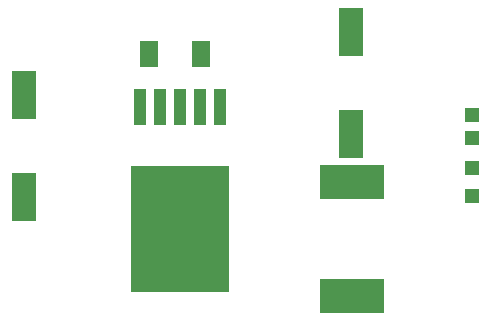
<source format=gbr>
G04 EAGLE Gerber RS-274X export*
G75*
%MOMM*%
%FSLAX34Y34*%
%LPD*%
%INSolderpaste Top*%
%IPPOS*%
%AMOC8*
5,1,8,0,0,1.08239X$1,22.5*%
G01*
%ADD10R,2.000000X4.100000*%
%ADD11R,1.570000X2.220000*%
%ADD12R,5.400000X2.900000*%
%ADD13R,1.300000X1.150000*%
%ADD14R,1.200000X1.200000*%
%ADD15R,1.016000X3.050000*%
%ADD16R,8.380000X10.660000*%


D10*
X125730Y204790D03*
X125730Y117790D03*
X402590Y258130D03*
X402590Y171130D03*
D11*
X275590Y238760D03*
X232390Y238760D03*
D12*
X403860Y34050D03*
X403860Y131050D03*
D13*
X505460Y142240D03*
X505460Y118740D03*
D14*
X505460Y167640D03*
X505460Y187640D03*
D15*
X292100Y194310D03*
X275080Y194310D03*
X258060Y194310D03*
X241040Y194310D03*
X224020Y194310D03*
D16*
X258060Y91290D03*
M02*

</source>
